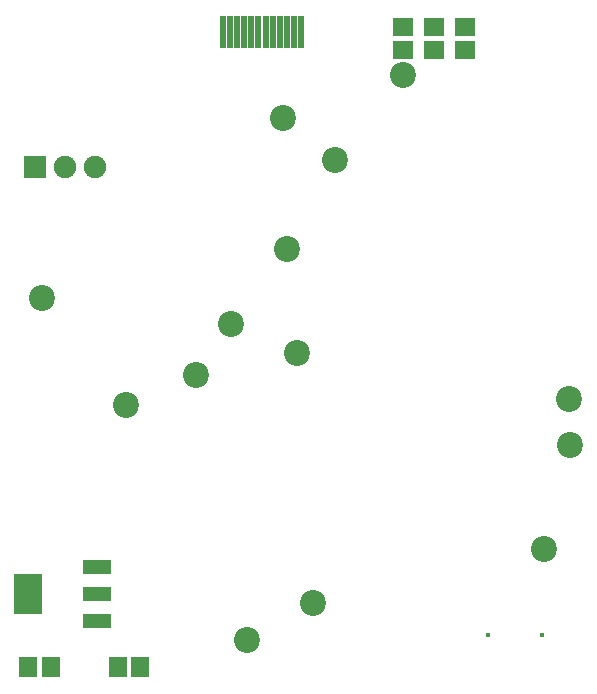
<source format=gbr>
G04 DipTrace 2.4.0.2*
%INTopMask.gbr*%
%MOIN*%
%ADD38C,0.0157*%
%ADD41C,0.0866*%
%ADD47R,0.0925X0.1358*%
%ADD49R,0.0925X0.0453*%
%ADD51R,0.0197X0.1063*%
%ADD59C,0.0748*%
%ADD61R,0.0748X0.0748*%
%ADD63R,0.0591X0.0669*%
%ADD65R,0.0669X0.0591*%
%FSLAX44Y44*%
G04*
G70*
G90*
G75*
G01*
%LNTopMask*%
%LPD*%
D41*
X22992Y12205D3*
X22953Y13740D3*
X13878Y15278D3*
X11693Y16260D3*
X8189Y13543D3*
X13543Y18740D3*
X15157Y21732D3*
X10512Y14567D3*
X13425Y23110D3*
X17402Y24567D3*
X14420Y6957D3*
X22102Y8767D3*
X12222Y5701D3*
X5386Y17122D3*
D65*
X18465Y26142D3*
Y25394D3*
X17402Y26142D3*
Y25394D3*
D63*
X8661Y4803D3*
X7913D3*
X4921D3*
X5669D3*
D61*
X5157Y21496D3*
D59*
X6157D3*
X7157D3*
D65*
X19488Y26142D3*
Y25394D3*
D51*
X11417Y25984D3*
X11653D3*
X11890D3*
X12126D3*
X12362D3*
X12598D3*
X12835D3*
X13071D3*
X13307D3*
X13543D3*
X13780D3*
X14015D3*
D49*
X7205Y6339D3*
Y7244D3*
Y8150D3*
D47*
X4921Y7244D3*
D38*
X22063Y5896D3*
X20238D3*
M02*

</source>
